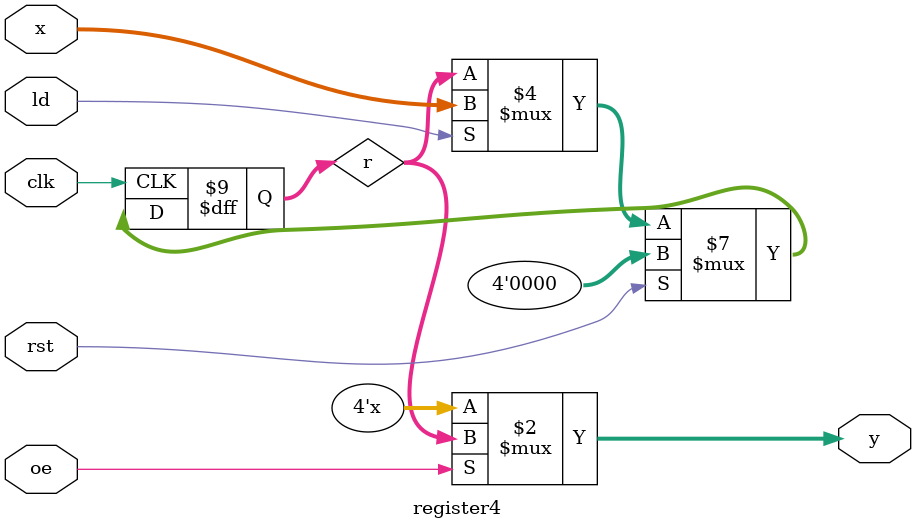
<source format=sv>
module register4(
  input logic clk, rst, ld, oe,
  input tri[3:0] x,
  output tri[3:0] y
);
  logic[3:0] r;
  initial begin
    r = 0;
  end
  always @(posedge clk)
    if (rst)
      r <= 0;
    else if (ld)
      r <= x;
  assign y = oe ? r : 4'bz;
endmodule
</source>
